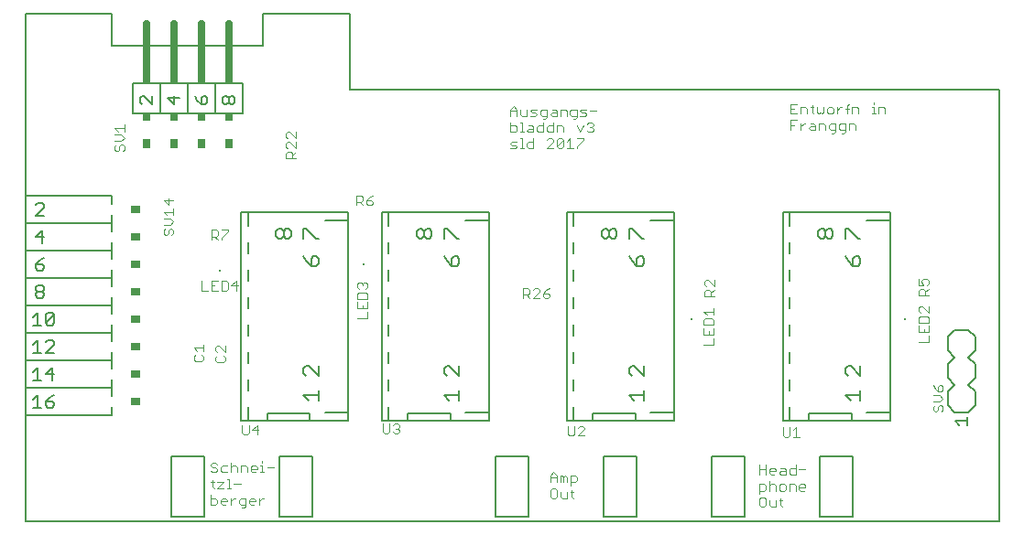
<source format=gto>
G75*
%MOIN*%
%OFA0B0*%
%FSLAX25Y25*%
%IPPOS*%
%LPD*%
%AMOC8*
5,1,8,0,0,1.08239X$1,22.5*
%
%ADD10C,0.00591*%
%ADD11C,0.00400*%
%ADD12C,0.00600*%
%ADD13C,0.00500*%
%ADD14R,0.03200X0.02600*%
%ADD15C,0.02600*%
%ADD16R,0.02600X0.03000*%
%ADD17R,0.02600X0.02600*%
%ADD18R,0.02600X0.03200*%
%ADD19R,0.00984X0.00984*%
D10*
X0001394Y0001394D02*
X0001394Y0186433D01*
X0032890Y0186433D01*
X0032890Y0174622D01*
X0088008Y0174622D01*
X0088008Y0186433D01*
X0119504Y0186433D01*
X0119504Y0158874D01*
X0355724Y0158874D01*
X0355724Y0001394D01*
X0001394Y0001394D01*
D11*
X0068917Y0007499D02*
X0070687Y0007499D01*
X0071277Y0008089D01*
X0071277Y0009269D01*
X0070687Y0009859D01*
X0068917Y0009859D01*
X0068917Y0011039D02*
X0068917Y0007499D01*
X0072542Y0008089D02*
X0072542Y0009269D01*
X0073132Y0009859D01*
X0074312Y0009859D01*
X0074902Y0009269D01*
X0074902Y0008679D01*
X0072542Y0008679D01*
X0072542Y0008089D02*
X0073132Y0007499D01*
X0074312Y0007499D01*
X0076167Y0007499D02*
X0076167Y0009859D01*
X0076167Y0008679D02*
X0077347Y0009859D01*
X0077937Y0009859D01*
X0079188Y0009269D02*
X0079188Y0008089D01*
X0079778Y0007499D01*
X0081548Y0007499D01*
X0081548Y0006909D02*
X0081548Y0009859D01*
X0079778Y0009859D01*
X0079188Y0009269D01*
X0080368Y0006319D02*
X0080958Y0006319D01*
X0081548Y0006909D01*
X0082813Y0008089D02*
X0082813Y0009269D01*
X0083403Y0009859D01*
X0084583Y0009859D01*
X0085173Y0009269D01*
X0085173Y0008679D01*
X0082813Y0008679D01*
X0082813Y0008089D02*
X0083403Y0007499D01*
X0084583Y0007499D01*
X0086438Y0007499D02*
X0086438Y0009859D01*
X0086438Y0008679D02*
X0087618Y0009859D01*
X0088208Y0009859D01*
X0079735Y0015175D02*
X0077375Y0015175D01*
X0076138Y0013405D02*
X0074958Y0013405D01*
X0075548Y0013405D02*
X0075548Y0016945D01*
X0074958Y0016945D01*
X0073693Y0015765D02*
X0071333Y0015765D01*
X0070097Y0015765D02*
X0068917Y0015765D01*
X0069507Y0016355D02*
X0069507Y0013995D01*
X0070097Y0013405D01*
X0071333Y0013405D02*
X0073693Y0013405D01*
X0073693Y0015765D02*
X0071333Y0013405D01*
X0070687Y0019310D02*
X0069507Y0019310D01*
X0068917Y0019900D01*
X0069507Y0021080D02*
X0070687Y0021080D01*
X0071277Y0020490D01*
X0071277Y0019900D01*
X0070687Y0019310D01*
X0072542Y0019900D02*
X0072542Y0021080D01*
X0073132Y0021670D01*
X0074902Y0021670D01*
X0076167Y0021080D02*
X0076757Y0021670D01*
X0077937Y0021670D01*
X0078527Y0021080D01*
X0078527Y0019310D01*
X0079792Y0019310D02*
X0079792Y0021670D01*
X0081562Y0021670D01*
X0082152Y0021080D01*
X0082152Y0019310D01*
X0083417Y0019900D02*
X0083417Y0021080D01*
X0084007Y0021670D01*
X0085187Y0021670D01*
X0085777Y0021080D01*
X0085777Y0020490D01*
X0083417Y0020490D01*
X0083417Y0019900D02*
X0084007Y0019310D01*
X0085187Y0019310D01*
X0087042Y0019310D02*
X0088222Y0019310D01*
X0087632Y0019310D02*
X0087632Y0021670D01*
X0087042Y0021670D01*
X0087632Y0022850D02*
X0087632Y0023440D01*
X0089459Y0021080D02*
X0091819Y0021080D01*
X0076167Y0022850D02*
X0076167Y0019310D01*
X0074902Y0019310D02*
X0073132Y0019310D01*
X0072542Y0019900D01*
X0071277Y0022260D02*
X0070687Y0022850D01*
X0069507Y0022850D01*
X0068917Y0022260D01*
X0068917Y0021670D01*
X0069507Y0021080D01*
X0080965Y0033062D02*
X0082145Y0033062D01*
X0082735Y0033652D01*
X0082735Y0036602D01*
X0084000Y0034832D02*
X0086360Y0034832D01*
X0085770Y0033062D02*
X0085770Y0036602D01*
X0084000Y0034832D01*
X0080965Y0033062D02*
X0080375Y0033652D01*
X0080375Y0036602D01*
X0073576Y0059442D02*
X0071216Y0059442D01*
X0070626Y0060032D01*
X0070626Y0061212D01*
X0071216Y0061802D01*
X0071216Y0063067D02*
X0070626Y0063657D01*
X0070626Y0064837D01*
X0071216Y0065427D01*
X0071806Y0065427D01*
X0074166Y0063067D01*
X0074166Y0065427D01*
X0073576Y0061802D02*
X0074166Y0061212D01*
X0074166Y0060032D01*
X0073576Y0059442D01*
X0066292Y0060426D02*
X0065702Y0059836D01*
X0063342Y0059836D01*
X0062752Y0060426D01*
X0062752Y0061606D01*
X0063342Y0062196D01*
X0063932Y0063461D02*
X0062752Y0064641D01*
X0066292Y0064641D01*
X0066292Y0063461D02*
X0066292Y0065821D01*
X0065702Y0062196D02*
X0066292Y0061606D01*
X0066292Y0060426D01*
X0065491Y0085590D02*
X0067851Y0085590D01*
X0069116Y0085590D02*
X0071476Y0085590D01*
X0072742Y0085590D02*
X0074512Y0085590D01*
X0075102Y0086180D01*
X0075102Y0088540D01*
X0074512Y0089130D01*
X0072742Y0089130D01*
X0072742Y0085590D01*
X0070296Y0087360D02*
X0069116Y0087360D01*
X0069116Y0089130D02*
X0069116Y0085590D01*
X0065491Y0085590D02*
X0065491Y0089130D01*
X0069116Y0089130D02*
X0071476Y0089130D01*
X0076367Y0087360D02*
X0078727Y0087360D01*
X0078137Y0085590D02*
X0078137Y0089130D01*
X0076367Y0087360D01*
X0072798Y0104094D02*
X0072798Y0104684D01*
X0075158Y0107044D01*
X0075158Y0107634D01*
X0072798Y0107634D01*
X0071532Y0107044D02*
X0071532Y0105864D01*
X0070942Y0105274D01*
X0069172Y0105274D01*
X0069172Y0104094D02*
X0069172Y0107634D01*
X0070942Y0107634D01*
X0071532Y0107044D01*
X0070352Y0105274D02*
X0071532Y0104094D01*
X0055288Y0106423D02*
X0054698Y0105833D01*
X0055288Y0106423D02*
X0055288Y0107603D01*
X0054698Y0108193D01*
X0054108Y0108193D01*
X0053518Y0107603D01*
X0053518Y0106423D01*
X0052928Y0105833D01*
X0052338Y0105833D01*
X0051748Y0106423D01*
X0051748Y0107603D01*
X0052338Y0108193D01*
X0051748Y0109458D02*
X0054108Y0109458D01*
X0055288Y0110638D01*
X0054108Y0111818D01*
X0051748Y0111818D01*
X0052928Y0113084D02*
X0051748Y0114264D01*
X0055288Y0114264D01*
X0055288Y0113084D02*
X0055288Y0115444D01*
X0053518Y0116709D02*
X0053518Y0119069D01*
X0051748Y0118479D02*
X0053518Y0116709D01*
X0055288Y0118479D02*
X0051748Y0118479D01*
X0036864Y0136350D02*
X0037454Y0136940D01*
X0037454Y0138120D01*
X0036864Y0138710D01*
X0036274Y0138710D01*
X0035684Y0138120D01*
X0035684Y0136940D01*
X0035094Y0136350D01*
X0034504Y0136350D01*
X0033914Y0136940D01*
X0033914Y0138120D01*
X0034504Y0138710D01*
X0033914Y0139975D02*
X0036274Y0139975D01*
X0037454Y0141155D01*
X0036274Y0142335D01*
X0033914Y0142335D01*
X0035094Y0143600D02*
X0033914Y0144780D01*
X0037454Y0144780D01*
X0037454Y0143600D02*
X0037454Y0145960D01*
X0096335Y0142760D02*
X0096335Y0141580D01*
X0096925Y0140990D01*
X0096925Y0139725D02*
X0096335Y0139135D01*
X0096335Y0137955D01*
X0096925Y0137365D01*
X0096925Y0136099D02*
X0096335Y0135509D01*
X0096335Y0133739D01*
X0099875Y0133739D01*
X0098695Y0133739D02*
X0098695Y0135509D01*
X0098105Y0136099D01*
X0096925Y0136099D01*
X0098695Y0134919D02*
X0099875Y0136099D01*
X0099875Y0137365D02*
X0097515Y0139725D01*
X0096925Y0139725D01*
X0099875Y0139725D02*
X0099875Y0137365D01*
X0099875Y0140990D02*
X0097515Y0143350D01*
X0096925Y0143350D01*
X0096335Y0142760D01*
X0099875Y0143350D02*
X0099875Y0140990D01*
X0121928Y0120232D02*
X0123698Y0120232D01*
X0124288Y0119642D01*
X0124288Y0118462D01*
X0123698Y0117872D01*
X0121928Y0117872D01*
X0121928Y0116692D02*
X0121928Y0120232D01*
X0125553Y0118462D02*
X0127323Y0118462D01*
X0127913Y0117872D01*
X0127913Y0117282D01*
X0127323Y0116692D01*
X0126143Y0116692D01*
X0125553Y0117282D01*
X0125553Y0118462D01*
X0126733Y0119642D01*
X0127913Y0120232D01*
X0124288Y0116692D02*
X0123108Y0117872D01*
X0122909Y0088569D02*
X0123499Y0088569D01*
X0124089Y0087979D01*
X0124679Y0088569D01*
X0125269Y0088569D01*
X0125859Y0087979D01*
X0125859Y0086799D01*
X0125269Y0086209D01*
X0125269Y0084944D02*
X0122909Y0084944D01*
X0122319Y0084354D01*
X0122319Y0082584D01*
X0125859Y0082584D01*
X0125859Y0084354D01*
X0125269Y0084944D01*
X0122909Y0086209D02*
X0122319Y0086799D01*
X0122319Y0087979D01*
X0122909Y0088569D01*
X0124089Y0087979D02*
X0124089Y0087389D01*
X0122319Y0081319D02*
X0122319Y0078959D01*
X0125859Y0078959D01*
X0125859Y0081319D01*
X0124089Y0080139D02*
X0124089Y0078959D01*
X0125859Y0077694D02*
X0125859Y0075334D01*
X0122319Y0075334D01*
X0182558Y0082834D02*
X0182558Y0086374D01*
X0184328Y0086374D01*
X0184918Y0085784D01*
X0184918Y0084604D01*
X0184328Y0084014D01*
X0182558Y0084014D01*
X0183738Y0084014D02*
X0184918Y0082834D01*
X0186183Y0082834D02*
X0188543Y0085194D01*
X0188543Y0085784D01*
X0187953Y0086374D01*
X0186773Y0086374D01*
X0186183Y0085784D01*
X0186183Y0082834D02*
X0188543Y0082834D01*
X0189809Y0083424D02*
X0189809Y0084604D01*
X0191579Y0084604D01*
X0192169Y0084014D01*
X0192169Y0083424D01*
X0191579Y0082834D01*
X0190399Y0082834D01*
X0189809Y0083424D01*
X0189809Y0084604D02*
X0190989Y0085784D01*
X0192169Y0086374D01*
X0248579Y0085228D02*
X0248579Y0083458D01*
X0252119Y0083458D01*
X0250939Y0083458D02*
X0250939Y0085228D01*
X0250349Y0085818D01*
X0249169Y0085818D01*
X0248579Y0085228D01*
X0249169Y0087083D02*
X0248579Y0087673D01*
X0248579Y0088853D01*
X0249169Y0089443D01*
X0249759Y0089443D01*
X0252119Y0087083D01*
X0252119Y0089443D01*
X0252119Y0085818D02*
X0250939Y0084638D01*
X0251843Y0079120D02*
X0251843Y0076760D01*
X0251843Y0077940D02*
X0248303Y0077940D01*
X0249483Y0076760D01*
X0248893Y0075495D02*
X0248303Y0074905D01*
X0248303Y0073135D01*
X0251843Y0073135D01*
X0251843Y0074905D01*
X0251253Y0075495D01*
X0248893Y0075495D01*
X0248303Y0071870D02*
X0248303Y0069510D01*
X0251843Y0069510D01*
X0251843Y0071870D01*
X0250073Y0070690D02*
X0250073Y0069510D01*
X0251843Y0068245D02*
X0251843Y0065885D01*
X0248303Y0065885D01*
X0277225Y0035815D02*
X0277225Y0032865D01*
X0277815Y0032275D01*
X0278995Y0032275D01*
X0279585Y0032865D01*
X0279585Y0035815D01*
X0280850Y0034635D02*
X0282030Y0035815D01*
X0282030Y0032275D01*
X0280850Y0032275D02*
X0283210Y0032275D01*
X0281758Y0022063D02*
X0281758Y0018523D01*
X0279988Y0018523D01*
X0279398Y0019113D01*
X0279398Y0020293D01*
X0279988Y0020883D01*
X0281758Y0020883D01*
X0283023Y0020293D02*
X0285383Y0020293D01*
X0278133Y0020293D02*
X0278133Y0018523D01*
X0276363Y0018523D01*
X0275773Y0019113D01*
X0276363Y0019703D01*
X0278133Y0019703D01*
X0278133Y0020293D02*
X0277543Y0020883D01*
X0276363Y0020883D01*
X0274508Y0020293D02*
X0274508Y0019703D01*
X0272148Y0019703D01*
X0272148Y0020293D02*
X0272738Y0020883D01*
X0273918Y0020883D01*
X0274508Y0020293D01*
X0273918Y0018523D02*
X0272738Y0018523D01*
X0272148Y0019113D01*
X0272148Y0020293D01*
X0270883Y0020293D02*
X0268523Y0020293D01*
X0268523Y0018523D02*
X0268523Y0022063D01*
X0270883Y0022063D02*
X0270883Y0018523D01*
X0272148Y0016157D02*
X0272148Y0012617D01*
X0270883Y0013207D02*
X0270293Y0012617D01*
X0268523Y0012617D01*
X0268523Y0011437D02*
X0268523Y0014977D01*
X0270293Y0014977D01*
X0270883Y0014387D01*
X0270883Y0013207D01*
X0272148Y0014387D02*
X0272738Y0014977D01*
X0273918Y0014977D01*
X0274508Y0014387D01*
X0274508Y0012617D01*
X0275773Y0013207D02*
X0276363Y0012617D01*
X0277543Y0012617D01*
X0278133Y0013207D01*
X0278133Y0014387D01*
X0277543Y0014977D01*
X0276363Y0014977D01*
X0275773Y0014387D01*
X0275773Y0013207D01*
X0279398Y0012617D02*
X0279398Y0014977D01*
X0281168Y0014977D01*
X0281758Y0014387D01*
X0281758Y0012617D01*
X0283023Y0013207D02*
X0283023Y0014387D01*
X0283613Y0014977D01*
X0284793Y0014977D01*
X0285383Y0014387D01*
X0285383Y0013797D01*
X0283023Y0013797D01*
X0283023Y0013207D02*
X0283613Y0012617D01*
X0284793Y0012617D01*
X0276953Y0009072D02*
X0275773Y0009072D01*
X0276363Y0009662D02*
X0276363Y0007302D01*
X0276953Y0006712D01*
X0274508Y0006712D02*
X0274508Y0009072D01*
X0272148Y0009072D02*
X0272148Y0007302D01*
X0272738Y0006712D01*
X0274508Y0006712D01*
X0270883Y0007302D02*
X0270883Y0009662D01*
X0270293Y0010252D01*
X0269113Y0010252D01*
X0268523Y0009662D01*
X0268523Y0007302D01*
X0269113Y0006712D01*
X0270293Y0006712D01*
X0270883Y0007302D01*
X0204864Y0032669D02*
X0202504Y0032669D01*
X0204864Y0035029D01*
X0204864Y0035619D01*
X0204274Y0036209D01*
X0203094Y0036209D01*
X0202504Y0035619D01*
X0201239Y0036209D02*
X0201239Y0033259D01*
X0200649Y0032669D01*
X0199469Y0032669D01*
X0198879Y0033259D01*
X0198879Y0036209D01*
X0193719Y0019307D02*
X0194899Y0018127D01*
X0194899Y0015767D01*
X0196164Y0015767D02*
X0196164Y0018127D01*
X0196754Y0018127D01*
X0197344Y0017537D01*
X0197934Y0018127D01*
X0198524Y0017537D01*
X0198524Y0015767D01*
X0197344Y0015767D02*
X0197344Y0017537D01*
X0194899Y0017537D02*
X0192539Y0017537D01*
X0192539Y0018127D02*
X0193719Y0019307D01*
X0192539Y0018127D02*
X0192539Y0015767D01*
X0193129Y0013401D02*
X0192539Y0012811D01*
X0192539Y0010451D01*
X0193129Y0009861D01*
X0194309Y0009861D01*
X0194899Y0010451D01*
X0194899Y0012811D01*
X0194309Y0013401D01*
X0193129Y0013401D01*
X0196164Y0012221D02*
X0196164Y0010451D01*
X0196754Y0009861D01*
X0198524Y0009861D01*
X0198524Y0012221D01*
X0199789Y0012221D02*
X0200969Y0012221D01*
X0200379Y0012811D02*
X0200379Y0010451D01*
X0200969Y0009861D01*
X0199789Y0014587D02*
X0199789Y0018127D01*
X0201559Y0018127D01*
X0202149Y0017537D01*
X0202149Y0016357D01*
X0201559Y0015767D01*
X0199789Y0015767D01*
X0137541Y0034046D02*
X0136951Y0033456D01*
X0135771Y0033456D01*
X0135181Y0034046D01*
X0133916Y0034046D02*
X0133916Y0036996D01*
X0135181Y0036406D02*
X0135771Y0036996D01*
X0136951Y0036996D01*
X0137541Y0036406D01*
X0137541Y0035816D01*
X0136951Y0035226D01*
X0137541Y0034636D01*
X0137541Y0034046D01*
X0136951Y0035226D02*
X0136361Y0035226D01*
X0133916Y0034046D02*
X0133326Y0033456D01*
X0132146Y0033456D01*
X0131556Y0034046D01*
X0131556Y0036996D01*
X0177972Y0137420D02*
X0179742Y0137420D01*
X0180332Y0138010D01*
X0179742Y0138600D01*
X0178562Y0138600D01*
X0177972Y0139190D01*
X0178562Y0139780D01*
X0180332Y0139780D01*
X0181597Y0140960D02*
X0182187Y0140960D01*
X0182187Y0137420D01*
X0181597Y0137420D02*
X0182777Y0137420D01*
X0184014Y0138010D02*
X0184014Y0139190D01*
X0184604Y0139780D01*
X0186374Y0139780D01*
X0186374Y0140960D02*
X0186374Y0137420D01*
X0184604Y0137420D01*
X0184014Y0138010D01*
X0191264Y0137420D02*
X0193624Y0139780D01*
X0193624Y0140370D01*
X0193034Y0140960D01*
X0191854Y0140960D01*
X0191264Y0140370D01*
X0191264Y0137420D02*
X0193624Y0137420D01*
X0194889Y0138010D02*
X0197249Y0140370D01*
X0197249Y0138010D01*
X0196659Y0137420D01*
X0195479Y0137420D01*
X0194889Y0138010D01*
X0194889Y0140370D01*
X0195479Y0140960D01*
X0196659Y0140960D01*
X0197249Y0140370D01*
X0198514Y0139780D02*
X0199694Y0140960D01*
X0199694Y0137420D01*
X0198514Y0137420D02*
X0200874Y0137420D01*
X0202139Y0137420D02*
X0202139Y0138010D01*
X0204499Y0140370D01*
X0204499Y0140960D01*
X0202139Y0140960D01*
X0203319Y0143326D02*
X0204499Y0145686D01*
X0205764Y0146276D02*
X0206354Y0146866D01*
X0207534Y0146866D01*
X0208124Y0146276D01*
X0208124Y0145686D01*
X0207534Y0145096D01*
X0208124Y0144506D01*
X0208124Y0143916D01*
X0207534Y0143326D01*
X0206354Y0143326D01*
X0205764Y0143916D01*
X0206944Y0145096D02*
X0207534Y0145096D01*
X0203319Y0143326D02*
X0202139Y0145686D01*
X0201492Y0148051D02*
X0202082Y0148641D01*
X0202082Y0151592D01*
X0200312Y0151592D01*
X0199722Y0151002D01*
X0199722Y0149821D01*
X0200312Y0149231D01*
X0202082Y0149231D01*
X0203348Y0149231D02*
X0205118Y0149231D01*
X0205708Y0149821D01*
X0205118Y0150412D01*
X0203938Y0150412D01*
X0203348Y0151002D01*
X0203938Y0151592D01*
X0205708Y0151592D01*
X0206973Y0151002D02*
X0209333Y0151002D01*
X0201492Y0148051D02*
X0200902Y0148051D01*
X0198457Y0149231D02*
X0198457Y0151002D01*
X0197867Y0151592D01*
X0196097Y0151592D01*
X0196097Y0149231D01*
X0194832Y0149231D02*
X0193062Y0149231D01*
X0192472Y0149821D01*
X0193062Y0150412D01*
X0194832Y0150412D01*
X0194832Y0151002D02*
X0194832Y0149231D01*
X0194832Y0151002D02*
X0194242Y0151592D01*
X0193062Y0151592D01*
X0191207Y0151592D02*
X0191207Y0148641D01*
X0190617Y0148051D01*
X0190027Y0148051D01*
X0189999Y0146866D02*
X0189999Y0143326D01*
X0188229Y0143326D01*
X0187639Y0143916D01*
X0187639Y0145096D01*
X0188229Y0145686D01*
X0189999Y0145686D01*
X0191264Y0145096D02*
X0191854Y0145686D01*
X0193624Y0145686D01*
X0193624Y0146866D02*
X0193624Y0143326D01*
X0191854Y0143326D01*
X0191264Y0143916D01*
X0191264Y0145096D01*
X0194889Y0145686D02*
X0194889Y0143326D01*
X0197249Y0143326D02*
X0197249Y0145096D01*
X0196659Y0145686D01*
X0194889Y0145686D01*
X0191207Y0149231D02*
X0189437Y0149231D01*
X0188847Y0149821D01*
X0188847Y0151002D01*
X0189437Y0151592D01*
X0191207Y0151592D01*
X0187582Y0151592D02*
X0185812Y0151592D01*
X0185222Y0151002D01*
X0185812Y0150412D01*
X0186992Y0150412D01*
X0187582Y0149821D01*
X0186992Y0149231D01*
X0185222Y0149231D01*
X0183957Y0149231D02*
X0183957Y0151592D01*
X0181597Y0151592D02*
X0181597Y0149821D01*
X0182187Y0149231D01*
X0183957Y0149231D01*
X0182187Y0146866D02*
X0181597Y0146866D01*
X0182187Y0146866D02*
X0182187Y0143326D01*
X0181597Y0143326D02*
X0182777Y0143326D01*
X0184014Y0143916D02*
X0184604Y0144506D01*
X0186374Y0144506D01*
X0186374Y0145096D02*
X0186374Y0143326D01*
X0184604Y0143326D01*
X0184014Y0143916D01*
X0184604Y0145686D02*
X0185784Y0145686D01*
X0186374Y0145096D01*
X0180332Y0145096D02*
X0180332Y0143916D01*
X0179742Y0143326D01*
X0177972Y0143326D01*
X0177972Y0146866D01*
X0177972Y0145686D02*
X0179742Y0145686D01*
X0180332Y0145096D01*
X0180332Y0149231D02*
X0180332Y0151592D01*
X0179152Y0152772D01*
X0177972Y0151592D01*
X0177972Y0149231D01*
X0177972Y0151002D02*
X0180332Y0151002D01*
X0279940Y0151789D02*
X0281120Y0151789D01*
X0279940Y0153559D02*
X0279940Y0150019D01*
X0282300Y0150019D01*
X0283565Y0150019D02*
X0283565Y0152379D01*
X0285335Y0152379D01*
X0285925Y0151789D01*
X0285925Y0150019D01*
X0287780Y0150609D02*
X0288370Y0150019D01*
X0287780Y0150609D02*
X0287780Y0152969D01*
X0287190Y0152379D02*
X0288370Y0152379D01*
X0289607Y0152379D02*
X0289607Y0150609D01*
X0290197Y0150019D01*
X0290787Y0150609D01*
X0291377Y0150019D01*
X0291967Y0150609D01*
X0291967Y0152379D01*
X0293232Y0151789D02*
X0293232Y0150609D01*
X0293822Y0150019D01*
X0295002Y0150019D01*
X0295592Y0150609D01*
X0295592Y0151789D01*
X0295002Y0152379D01*
X0293822Y0152379D01*
X0293232Y0151789D01*
X0296857Y0152379D02*
X0296857Y0150019D01*
X0296857Y0151199D02*
X0298037Y0152379D01*
X0298627Y0152379D01*
X0299878Y0151789D02*
X0301058Y0151789D01*
X0300468Y0152969D02*
X0300468Y0150019D01*
X0302295Y0150019D02*
X0302295Y0152379D01*
X0304065Y0152379D01*
X0304655Y0151789D01*
X0304655Y0150019D01*
X0309545Y0150019D02*
X0310725Y0150019D01*
X0310135Y0150019D02*
X0310135Y0152379D01*
X0309545Y0152379D01*
X0310135Y0153559D02*
X0310135Y0154149D01*
X0311962Y0152379D02*
X0313732Y0152379D01*
X0314322Y0151789D01*
X0314322Y0150019D01*
X0311962Y0150019D02*
X0311962Y0152379D01*
X0301058Y0153559D02*
X0300468Y0152969D01*
X0301087Y0146473D02*
X0302857Y0146473D01*
X0303447Y0145883D01*
X0303447Y0144113D01*
X0301087Y0144113D02*
X0301087Y0146473D01*
X0299822Y0146473D02*
X0299822Y0143523D01*
X0299232Y0142933D01*
X0298642Y0142933D01*
X0298052Y0144113D02*
X0299822Y0144113D01*
X0298052Y0144113D02*
X0297462Y0144703D01*
X0297462Y0145883D01*
X0298052Y0146473D01*
X0299822Y0146473D01*
X0296197Y0146473D02*
X0296197Y0143523D01*
X0295607Y0142933D01*
X0295017Y0142933D01*
X0294427Y0144113D02*
X0296197Y0144113D01*
X0294427Y0144113D02*
X0293837Y0144703D01*
X0293837Y0145883D01*
X0294427Y0146473D01*
X0296197Y0146473D01*
X0292571Y0145883D02*
X0292571Y0144113D01*
X0292571Y0145883D02*
X0291981Y0146473D01*
X0290211Y0146473D01*
X0290211Y0144113D01*
X0288946Y0144113D02*
X0288946Y0145883D01*
X0288356Y0146473D01*
X0287176Y0146473D01*
X0287176Y0145293D02*
X0288946Y0145293D01*
X0288946Y0144113D02*
X0287176Y0144113D01*
X0286586Y0144703D01*
X0287176Y0145293D01*
X0285335Y0146473D02*
X0284745Y0146473D01*
X0283565Y0145293D01*
X0283565Y0144113D02*
X0283565Y0146473D01*
X0282300Y0147653D02*
X0279940Y0147653D01*
X0279940Y0144113D01*
X0279940Y0145883D02*
X0281120Y0145883D01*
X0282300Y0153559D02*
X0279940Y0153559D01*
X0326532Y0089836D02*
X0326532Y0087476D01*
X0328302Y0087476D01*
X0327712Y0088656D01*
X0327712Y0089246D01*
X0328302Y0089836D01*
X0329482Y0089836D01*
X0330072Y0089246D01*
X0330072Y0088066D01*
X0329482Y0087476D01*
X0330072Y0086211D02*
X0328892Y0085031D01*
X0328892Y0085621D02*
X0328892Y0083851D01*
X0330072Y0083851D02*
X0326532Y0083851D01*
X0326532Y0085621D01*
X0327122Y0086211D01*
X0328302Y0086211D01*
X0328892Y0085621D01*
X0327830Y0079908D02*
X0327240Y0079908D01*
X0326650Y0079318D01*
X0326650Y0078138D01*
X0327240Y0077548D01*
X0327240Y0076283D02*
X0326650Y0075693D01*
X0326650Y0073923D01*
X0330190Y0073923D01*
X0330190Y0075693D01*
X0329600Y0076283D01*
X0327240Y0076283D01*
X0330190Y0077548D02*
X0327830Y0079908D01*
X0330190Y0079908D02*
X0330190Y0077548D01*
X0330190Y0072658D02*
X0330190Y0070298D01*
X0326650Y0070298D01*
X0326650Y0072658D01*
X0328420Y0071478D02*
X0328420Y0070298D01*
X0330190Y0069032D02*
X0330190Y0066672D01*
X0326650Y0066672D01*
X0331823Y0051086D02*
X0332413Y0049906D01*
X0333593Y0048726D01*
X0333593Y0050496D01*
X0334183Y0051086D01*
X0334773Y0051086D01*
X0335363Y0050496D01*
X0335363Y0049316D01*
X0334773Y0048726D01*
X0333593Y0048726D01*
X0334183Y0047461D02*
X0331823Y0047461D01*
X0334183Y0047461D02*
X0335363Y0046281D01*
X0334183Y0045101D01*
X0331823Y0045101D01*
X0332413Y0043836D02*
X0331823Y0043246D01*
X0331823Y0042066D01*
X0332413Y0041476D01*
X0333003Y0041476D01*
X0333593Y0042066D01*
X0333593Y0043246D01*
X0334183Y0043836D01*
X0334773Y0043836D01*
X0335363Y0043246D01*
X0335363Y0042066D01*
X0334773Y0041476D01*
D12*
X0337063Y0043776D02*
X0339563Y0041276D01*
X0344563Y0041276D01*
X0347063Y0043776D01*
X0347063Y0048776D01*
X0344563Y0051276D01*
X0347063Y0053776D01*
X0347063Y0058776D01*
X0344563Y0061276D01*
X0347063Y0063776D01*
X0347063Y0068776D01*
X0344563Y0071276D01*
X0339563Y0071276D01*
X0337063Y0068776D01*
X0337063Y0063776D01*
X0339563Y0061276D01*
X0337063Y0058776D01*
X0337063Y0053776D01*
X0339563Y0051276D01*
X0337063Y0048776D01*
X0337063Y0043776D01*
X0316169Y0041197D02*
X0316169Y0038197D01*
X0302169Y0038197D01*
X0302169Y0040697D01*
X0286669Y0040697D01*
X0286669Y0038197D01*
X0302169Y0038197D01*
X0307669Y0041197D02*
X0316169Y0041197D01*
X0316169Y0111197D01*
X0316169Y0114197D01*
X0279669Y0114197D01*
X0277169Y0114197D01*
X0277169Y0038197D01*
X0279669Y0038197D01*
X0279669Y0043197D01*
X0279669Y0038197D02*
X0286669Y0038197D01*
X0299965Y0047298D02*
X0301766Y0045497D01*
X0299965Y0047298D02*
X0305369Y0047298D01*
X0305369Y0045497D02*
X0305369Y0049100D01*
X0305369Y0054497D02*
X0301766Y0058100D01*
X0300865Y0058100D01*
X0299965Y0057199D01*
X0299965Y0055398D01*
X0300865Y0054497D01*
X0305369Y0054497D02*
X0305369Y0058100D01*
X0279669Y0059197D02*
X0279669Y0063197D01*
X0279669Y0069197D02*
X0279669Y0073197D01*
X0279669Y0079197D02*
X0279669Y0083197D01*
X0279669Y0089197D02*
X0279669Y0093197D01*
X0279669Y0099197D02*
X0279669Y0103197D01*
X0289965Y0105398D02*
X0289965Y0107199D01*
X0290865Y0108100D01*
X0291766Y0108100D01*
X0292667Y0107199D01*
X0292667Y0105398D01*
X0291766Y0104497D01*
X0290865Y0104497D01*
X0289965Y0105398D01*
X0292667Y0105398D02*
X0293568Y0104497D01*
X0294469Y0104497D01*
X0295369Y0105398D01*
X0295369Y0107199D01*
X0294469Y0108100D01*
X0293568Y0108100D01*
X0292667Y0107199D01*
X0299965Y0108100D02*
X0299965Y0104497D01*
X0299965Y0108100D02*
X0300865Y0108100D01*
X0304469Y0104497D01*
X0305369Y0104497D01*
X0304469Y0098100D02*
X0303568Y0098100D01*
X0302667Y0097199D01*
X0302667Y0094497D01*
X0304469Y0094497D01*
X0305369Y0095398D01*
X0305369Y0097199D01*
X0304469Y0098100D01*
X0302667Y0094497D02*
X0300865Y0096298D01*
X0299965Y0098100D01*
X0279669Y0109197D02*
X0279669Y0114197D01*
X0307669Y0111197D02*
X0316169Y0111197D01*
X0237429Y0111197D02*
X0237429Y0041197D01*
X0228929Y0041197D01*
X0223429Y0040697D02*
X0223429Y0038197D01*
X0237429Y0038197D01*
X0237429Y0041197D01*
X0226629Y0045497D02*
X0226629Y0049100D01*
X0226629Y0047298D02*
X0221225Y0047298D01*
X0223026Y0045497D01*
X0223429Y0040697D02*
X0207929Y0040697D01*
X0207929Y0038197D01*
X0223429Y0038197D01*
X0207929Y0038197D02*
X0200929Y0038197D01*
X0200929Y0043197D01*
X0200929Y0038197D02*
X0198429Y0038197D01*
X0198429Y0114197D01*
X0200929Y0114197D01*
X0200929Y0109197D01*
X0200929Y0114197D02*
X0237429Y0114197D01*
X0237429Y0111197D01*
X0228929Y0111197D01*
X0225728Y0104497D02*
X0222125Y0108100D01*
X0221225Y0108100D01*
X0221225Y0104497D01*
X0216629Y0105398D02*
X0215728Y0104497D01*
X0214828Y0104497D01*
X0213927Y0105398D01*
X0213927Y0107199D01*
X0214828Y0108100D01*
X0215728Y0108100D01*
X0216629Y0107199D01*
X0216629Y0105398D01*
X0213927Y0105398D02*
X0213026Y0104497D01*
X0212125Y0104497D01*
X0211225Y0105398D01*
X0211225Y0107199D01*
X0212125Y0108100D01*
X0213026Y0108100D01*
X0213927Y0107199D01*
X0200929Y0103197D02*
X0200929Y0099197D01*
X0200929Y0093197D02*
X0200929Y0089197D01*
X0200929Y0083197D02*
X0200929Y0079197D01*
X0200929Y0073197D02*
X0200929Y0069197D01*
X0200929Y0063197D02*
X0200929Y0059197D01*
X0200929Y0053197D02*
X0200929Y0049197D01*
X0221225Y0055398D02*
X0222125Y0054497D01*
X0221225Y0055398D02*
X0221225Y0057199D01*
X0222125Y0058100D01*
X0223026Y0058100D01*
X0226629Y0054497D01*
X0226629Y0058100D01*
X0279669Y0053197D02*
X0279669Y0049197D01*
X0290669Y0024992D02*
X0290669Y0002992D01*
X0302669Y0002992D01*
X0302669Y0024992D01*
X0290669Y0024992D01*
X0263299Y0024992D02*
X0263299Y0002992D01*
X0251299Y0002992D01*
X0251299Y0024992D01*
X0263299Y0024992D01*
X0223929Y0024992D02*
X0223929Y0002992D01*
X0211929Y0002992D01*
X0211929Y0024992D01*
X0223929Y0024992D01*
X0184559Y0024992D02*
X0184559Y0002992D01*
X0172559Y0002992D01*
X0172559Y0024992D01*
X0184559Y0024992D01*
X0170106Y0038197D02*
X0156106Y0038197D01*
X0156106Y0040697D01*
X0140606Y0040697D01*
X0140606Y0038197D01*
X0156106Y0038197D01*
X0161606Y0041197D02*
X0170106Y0041197D01*
X0170106Y0111197D01*
X0170106Y0114197D01*
X0133606Y0114197D01*
X0131106Y0114197D01*
X0131106Y0038197D01*
X0133606Y0038197D01*
X0133606Y0043197D01*
X0133606Y0038197D02*
X0140606Y0038197D01*
X0153902Y0047298D02*
X0155703Y0045497D01*
X0153902Y0047298D02*
X0159306Y0047298D01*
X0159306Y0045497D02*
X0159306Y0049100D01*
X0159306Y0054497D02*
X0155703Y0058100D01*
X0154802Y0058100D01*
X0153902Y0057199D01*
X0153902Y0055398D01*
X0154802Y0054497D01*
X0159306Y0054497D02*
X0159306Y0058100D01*
X0133606Y0059197D02*
X0133606Y0063197D01*
X0133606Y0069197D02*
X0133606Y0073197D01*
X0133606Y0079197D02*
X0133606Y0083197D01*
X0133606Y0089197D02*
X0133606Y0093197D01*
X0133606Y0099197D02*
X0133606Y0103197D01*
X0143902Y0105398D02*
X0143902Y0107199D01*
X0144802Y0108100D01*
X0145703Y0108100D01*
X0146604Y0107199D01*
X0146604Y0105398D01*
X0145703Y0104497D01*
X0144802Y0104497D01*
X0143902Y0105398D01*
X0146604Y0105398D02*
X0147505Y0104497D01*
X0148406Y0104497D01*
X0149306Y0105398D01*
X0149306Y0107199D01*
X0148406Y0108100D01*
X0147505Y0108100D01*
X0146604Y0107199D01*
X0153902Y0108100D02*
X0153902Y0104497D01*
X0154802Y0108100D02*
X0158406Y0104497D01*
X0159306Y0104497D01*
X0154802Y0108100D02*
X0153902Y0108100D01*
X0161606Y0111197D02*
X0170106Y0111197D01*
X0158406Y0098100D02*
X0157505Y0098100D01*
X0156604Y0097199D01*
X0156604Y0094497D01*
X0158406Y0094497D01*
X0159306Y0095398D01*
X0159306Y0097199D01*
X0158406Y0098100D01*
X0156604Y0094497D02*
X0154802Y0096298D01*
X0153902Y0098100D01*
X0133606Y0109197D02*
X0133606Y0114197D01*
X0118925Y0114197D02*
X0118925Y0111197D01*
X0118925Y0041197D01*
X0110425Y0041197D01*
X0104925Y0040697D02*
X0104925Y0038197D01*
X0118925Y0038197D01*
X0118925Y0041197D01*
X0108125Y0045497D02*
X0108125Y0049100D01*
X0108125Y0047298D02*
X0102721Y0047298D01*
X0104522Y0045497D01*
X0104925Y0040697D02*
X0089425Y0040697D01*
X0089425Y0038197D01*
X0104925Y0038197D01*
X0089425Y0038197D02*
X0082425Y0038197D01*
X0082425Y0043197D01*
X0082425Y0038197D02*
X0079925Y0038197D01*
X0079925Y0114197D01*
X0082425Y0114197D01*
X0082425Y0109197D01*
X0082425Y0114197D02*
X0118925Y0114197D01*
X0118925Y0111197D02*
X0110425Y0111197D01*
X0107224Y0104497D02*
X0103621Y0108100D01*
X0102721Y0108100D01*
X0102721Y0104497D01*
X0098125Y0105398D02*
X0097224Y0104497D01*
X0096324Y0104497D01*
X0095423Y0105398D01*
X0095423Y0107199D01*
X0096324Y0108100D01*
X0097224Y0108100D01*
X0098125Y0107199D01*
X0098125Y0105398D01*
X0095423Y0105398D02*
X0094522Y0104497D01*
X0093621Y0104497D01*
X0092721Y0105398D01*
X0092721Y0107199D01*
X0093621Y0108100D01*
X0094522Y0108100D01*
X0095423Y0107199D01*
X0082425Y0103197D02*
X0082425Y0099197D01*
X0082425Y0093197D02*
X0082425Y0089197D01*
X0082425Y0083197D02*
X0082425Y0079197D01*
X0082425Y0073197D02*
X0082425Y0069197D01*
X0082425Y0063197D02*
X0082425Y0059197D01*
X0082425Y0053197D02*
X0082425Y0049197D01*
X0102721Y0055398D02*
X0103621Y0054497D01*
X0102721Y0055398D02*
X0102721Y0057199D01*
X0103621Y0058100D01*
X0104522Y0058100D01*
X0108125Y0054497D01*
X0108125Y0058100D01*
X0133606Y0053197D02*
X0133606Y0049197D01*
X0170106Y0041197D02*
X0170106Y0038197D01*
X0105819Y0024992D02*
X0105819Y0002992D01*
X0093819Y0002992D01*
X0093819Y0024992D01*
X0105819Y0024992D01*
X0066449Y0024992D02*
X0066449Y0002992D01*
X0054449Y0002992D01*
X0054449Y0024992D01*
X0066449Y0024992D01*
X0033051Y0040134D02*
X0033051Y0043134D01*
X0033051Y0040134D02*
X0001551Y0040134D01*
X0001551Y0050134D01*
X0001551Y0060134D01*
X0001551Y0070134D01*
X0033051Y0070134D01*
X0033051Y0067134D01*
X0033051Y0070134D02*
X0033051Y0073134D01*
X0033051Y0077134D02*
X0033051Y0080134D01*
X0033051Y0083134D01*
X0033051Y0080134D02*
X0001551Y0080134D01*
X0001551Y0090134D01*
X0033051Y0090134D01*
X0033051Y0087134D01*
X0033051Y0090134D02*
X0033051Y0093134D01*
X0033051Y0097134D02*
X0033051Y0100134D01*
X0001551Y0100134D01*
X0001551Y0090134D01*
X0001551Y0080134D02*
X0001551Y0070134D01*
X0001551Y0060134D02*
X0033051Y0060134D01*
X0033051Y0057134D01*
X0033051Y0060134D02*
X0033051Y0063134D01*
X0033051Y0053134D02*
X0033051Y0050134D01*
X0033051Y0047134D01*
X0033051Y0050134D02*
X0001551Y0050134D01*
X0001551Y0100134D02*
X0001551Y0110134D01*
X0001551Y0120134D01*
X0033051Y0120134D01*
X0033051Y0117134D01*
X0033051Y0113134D02*
X0033051Y0110134D01*
X0033051Y0107134D01*
X0033051Y0110134D02*
X0001551Y0110134D01*
X0033051Y0103134D02*
X0033051Y0100134D01*
X0102721Y0098100D02*
X0103621Y0096298D01*
X0105423Y0094497D01*
X0105423Y0097199D01*
X0106324Y0098100D01*
X0107224Y0098100D01*
X0108125Y0097199D01*
X0108125Y0095398D01*
X0107224Y0094497D01*
X0105423Y0094497D01*
X0107224Y0104497D02*
X0108125Y0104497D01*
X0080449Y0150189D02*
X0070449Y0150189D01*
X0060449Y0150189D01*
X0050449Y0150189D01*
X0040449Y0150189D01*
X0040449Y0161189D01*
X0050449Y0161189D01*
X0060449Y0161189D01*
X0060449Y0150189D01*
X0050449Y0150189D02*
X0050449Y0161189D01*
X0060449Y0161189D02*
X0070449Y0161189D01*
X0080449Y0161189D01*
X0080449Y0150189D01*
X0070449Y0150189D02*
X0070449Y0161189D01*
X0221225Y0098100D02*
X0222125Y0096298D01*
X0223927Y0094497D01*
X0223927Y0097199D01*
X0224828Y0098100D01*
X0225728Y0098100D01*
X0226629Y0097199D01*
X0226629Y0095398D01*
X0225728Y0094497D01*
X0223927Y0094497D01*
X0225728Y0104497D02*
X0226629Y0104497D01*
D13*
X0344313Y0039528D02*
X0344313Y0036526D01*
X0344313Y0038027D02*
X0339809Y0038027D01*
X0341310Y0036526D01*
X0077699Y0154190D02*
X0076948Y0153439D01*
X0076198Y0153439D01*
X0075447Y0154190D01*
X0075447Y0155691D01*
X0076198Y0156442D01*
X0076948Y0156442D01*
X0077699Y0155691D01*
X0077699Y0154190D01*
X0075447Y0154190D02*
X0074696Y0153439D01*
X0073946Y0153439D01*
X0073195Y0154190D01*
X0073195Y0155691D01*
X0073946Y0156442D01*
X0074696Y0156442D01*
X0075447Y0155691D01*
X0067699Y0155691D02*
X0066948Y0156442D01*
X0066198Y0156442D01*
X0065447Y0155691D01*
X0065447Y0153439D01*
X0066948Y0153439D01*
X0067699Y0154190D01*
X0067699Y0155691D01*
X0065447Y0153439D02*
X0063946Y0154940D01*
X0063195Y0156442D01*
X0057699Y0155691D02*
X0053195Y0155691D01*
X0055447Y0153439D01*
X0055447Y0156442D01*
X0047699Y0156442D02*
X0047699Y0153439D01*
X0044696Y0156442D01*
X0043946Y0156442D01*
X0043195Y0155691D01*
X0043195Y0154190D01*
X0043946Y0153439D01*
X0007553Y0117388D02*
X0006052Y0117388D01*
X0005301Y0116637D01*
X0007553Y0117388D02*
X0008304Y0116637D01*
X0008304Y0115886D01*
X0005301Y0112884D01*
X0008304Y0112884D01*
X0007553Y0107388D02*
X0005301Y0105136D01*
X0008304Y0105136D01*
X0007553Y0102884D02*
X0007553Y0107388D01*
X0008304Y0097388D02*
X0006802Y0096637D01*
X0005301Y0095136D01*
X0007553Y0095136D01*
X0008304Y0094385D01*
X0008304Y0093634D01*
X0007553Y0092884D01*
X0006052Y0092884D01*
X0005301Y0093634D01*
X0005301Y0095136D01*
X0006052Y0087388D02*
X0007553Y0087388D01*
X0008304Y0086637D01*
X0008304Y0085886D01*
X0007553Y0085136D01*
X0006052Y0085136D01*
X0005301Y0085886D01*
X0005301Y0086637D01*
X0006052Y0087388D01*
X0006052Y0085136D02*
X0005301Y0084385D01*
X0005301Y0083634D01*
X0006052Y0082884D01*
X0007553Y0082884D01*
X0008304Y0083634D01*
X0008304Y0084385D01*
X0007553Y0085136D01*
X0005802Y0077388D02*
X0005802Y0072884D01*
X0004301Y0072884D02*
X0007304Y0072884D01*
X0008905Y0073634D02*
X0009656Y0072884D01*
X0011157Y0072884D01*
X0011908Y0073634D01*
X0011908Y0076637D01*
X0008905Y0073634D01*
X0008905Y0076637D01*
X0009656Y0077388D01*
X0011157Y0077388D01*
X0011908Y0076637D01*
X0005802Y0077388D02*
X0004301Y0075886D01*
X0005802Y0067388D02*
X0005802Y0062884D01*
X0004301Y0062884D02*
X0007304Y0062884D01*
X0008905Y0062884D02*
X0011908Y0065886D01*
X0011908Y0066637D01*
X0011157Y0067388D01*
X0009656Y0067388D01*
X0008905Y0066637D01*
X0005802Y0067388D02*
X0004301Y0065886D01*
X0008905Y0062884D02*
X0011908Y0062884D01*
X0011157Y0057388D02*
X0008905Y0055136D01*
X0011908Y0055136D01*
X0011157Y0052884D02*
X0011157Y0057388D01*
X0005802Y0057388D02*
X0005802Y0052884D01*
X0004301Y0052884D02*
X0007304Y0052884D01*
X0004301Y0055886D02*
X0005802Y0057388D01*
X0005802Y0047388D02*
X0005802Y0042884D01*
X0004301Y0042884D02*
X0007304Y0042884D01*
X0008905Y0043634D02*
X0009656Y0042884D01*
X0011157Y0042884D01*
X0011908Y0043634D01*
X0011908Y0044385D01*
X0011157Y0045136D01*
X0008905Y0045136D01*
X0008905Y0043634D01*
X0008905Y0045136D02*
X0010406Y0046637D01*
X0011908Y0047388D01*
X0005802Y0047388D02*
X0004301Y0045886D01*
D14*
X0041551Y0045134D03*
X0041551Y0055134D03*
X0041551Y0065134D03*
X0041551Y0075134D03*
X0041551Y0085134D03*
X0041551Y0095134D03*
X0041551Y0105134D03*
X0041551Y0115134D03*
D15*
X0045449Y0164189D02*
X0045449Y0182689D01*
X0055449Y0182689D02*
X0055449Y0164189D01*
X0065449Y0164189D02*
X0065449Y0182689D01*
X0075449Y0182689D02*
X0075449Y0164189D01*
D16*
X0075449Y0162689D03*
X0065449Y0162689D03*
X0055449Y0162689D03*
X0045449Y0162689D03*
D17*
X0045449Y0148889D03*
X0055449Y0148889D03*
X0065449Y0148889D03*
X0075449Y0148889D03*
D18*
X0075449Y0139189D03*
X0065449Y0139189D03*
X0055449Y0139189D03*
X0045449Y0139189D03*
D19*
X0124622Y0095193D03*
X0072358Y0092732D03*
X0243913Y0075114D03*
X0321472Y0075114D03*
M02*

</source>
